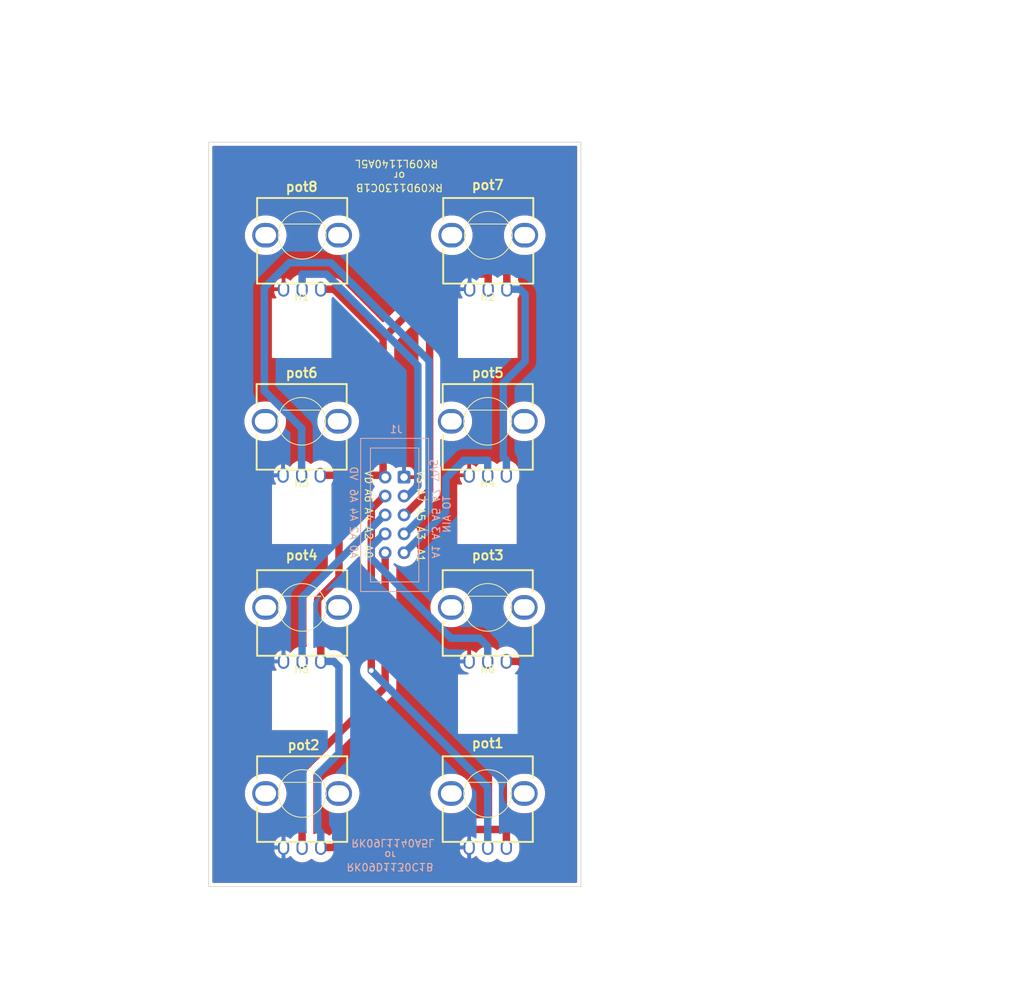
<source format=kicad_pcb>
(kicad_pcb (version 20221018) (generator pcbnew)
  (layers (0 "F.Cu" signal "Dessus.Cu") (31 "B.Cu" signal "Dessous.Cu") (34 "B.Paste" user "Dessous.Pate") (35 "F.Paste" user "Dessus.Pate") (36 "B.SilkS" user "Dessous.SilkS") (37 "F.SilkS" user "Dessus.SilkS") (38 "B.Mask" user "Dessous.Masque") (39 "F.Mask" user "Dessus.Masque") (44 "Edge.Cuts" user "Contours.Ci"))
  (net 0 "")
  (net 1 "GND")
  (net 2 "+3V0")
  (net 3 "Net-(J1-A7)")
  (net 4 "Net-(J1-A6)")
  (net 5 "Net-(J1-A5)")
  (net 6 "Net-(J1-A4)")
  (net 7 "Net-(J1-A3)")
  (net 8 "Net-(J1-A2)")
  (net 9 "Net-(J1-A1)")
  (net 10 "Net-(J1-A0)")
  (footprint "ksir 2022:RK09L and RK09D" (layer "F.Cu") (at 99.5 163.5)
    (fp_text reference "pot1" (at 0 -6.75) (layer "F.SilkS") (effects (font (size 1.27 1.27) (thickness 0.254))))
    (fp_text value "POTA" hide)
    (fp_line (start -6.05 -5) (end -6.05 -2.06767) (stroke (width 0.254)) (layer "F.SilkS"))
    (fp_line (start -6.05 6.5) (end -6.05 1.862) (stroke (width 0.254)) (layer "F.SilkS"))
    (fp_line (start -6.05 6.5) (end 6.05 6.5) (stroke (width 0.254)) (layer "F.SilkS"))
    (fp_line (start -2.5 -1.5) (end 2.5 -1.5) (stroke (width 0.12)) (layer "F.SilkS"))
    (fp_line (start 6.05 -5) (end -6.05 -5) (stroke (width 0.254)) (layer "F.SilkS"))
    (fp_line (start 6.05 -5) (end 6.05 -2.12467) (stroke (width 0.254)) (layer "F.SilkS"))
    (fp_line (start 6.05 6.5) (end 6.05 2.4) (stroke (width 0.254)) (layer "F.SilkS"))
    (fp_circle (center 0 0) (end 2.5 2) (stroke (width 0.12)) (fill none) (layer "F.SilkS"))
    (pad "1" thru_hole oval (at -2.5 7.251136) (size 1.5 2) (drill oval 1 1.5) (layers "*.Cu" "*.Mask") (net 1 "GND"))
    (pad "2" thru_hole oval (at -0.006614 7.253307) (size 1.5 2) (drill oval 1 1.5) (layers "*.Cu" "*.Mask") (net 4 "Net-(J1-A6)"))
    (pad "3" thru_hole oval (at 2.5 7.246692) (size 1.5 2) (drill oval 1 1.5) (layers "*.Cu" "*.Mask") (net 2 "+3V0"))
    (pad "4" thru_hole oval (at -4.9 0 90) (size 3.3 3.6) (drill oval 2.2 2.8) (layers "*.Cu" "*.Mask"))
    (pad "4" thru_hole oval (at 4.9 0 90) (size 3.3 3.6) (drill oval 2.2 2.8) (layers "*.Cu" "*.Mask"))
  )
  (footprint "ksir 2022:RK09L and RK09D" (layer "F.Cu") (at 99.5 138.5)
    (fp_text reference "pot3" (at 0 -7) (layer "F.SilkS") (effects (font (size 1.27 1.27) (thickness 0.254))))
    (fp_text value "POTA" hide)
    (fp_line (start -6.05 -5) (end -6.05 -2.06767) (stroke (width 0.254)) (layer "F.SilkS"))
    (fp_line (start -6.05 6.5) (end -6.05 1.862) (stroke (width 0.254)) (layer "F.SilkS"))
    (fp_line (start -6.05 6.5) (end 6.05 6.5) (stroke (width 0.254)) (layer "F.SilkS"))
    (fp_line (start -2.5 -1.5) (end 2.5 -1.5) (stroke (width 0.12)) (layer "F.SilkS"))
    (fp_line (start 6.05 -5) (end -6.05 -5) (stroke (width 0.254)) (layer "F.SilkS"))
    (fp_line (start 6.05 -5) (end 6.05 -2.12467) (stroke (width 0.254)) (layer "F.SilkS"))
    (fp_line (start 6.05 6.5) (end 6.05 2.4) (stroke (width 0.254)) (layer "F.SilkS"))
    (fp_circle (center 0 0) (end 2.5 2) (stroke (width 0.12)) (fill none) (layer "F.SilkS"))
    (pad "1" thru_hole oval locked (at -2.5 7.251136) (size 1.5 2) (drill oval 1 1.5) (layers "*.Cu" "*.Mask") (net 1 "GND"))
    (pad "2" thru_hole oval locked (at -0.006614 7.253307) (size 1.5 2) (drill oval 1 1.5) (layers "*.Cu" "*.Mask") (net 8 "Net-(J1-A2)"))
    (pad "3" thru_hole oval locked (at 2.5 7.246692) (size 1.5 2) (drill oval 1 1.5) (layers "*.Cu" "*.Mask") (net 2 "+3V0"))
    (pad "4" thru_hole oval locked (at -4.9 0 90) (size 3.3 3.6) (drill oval 2.2 2.8) (layers "*.Cu" "*.Mask"))
    (pad "4" thru_hole oval locked (at 4.9 0 90) (size 3.3 3.6) (drill oval 2.2 2.8) (layers "*.Cu" "*.Mask"))
  )
  (footprint "ksir 2022:RK09L and RK09D" (layer "F.Cu") (at 74.5632 138.5)
    (fp_text reference "pot4" (at -0.063154 -7) (layer "F.SilkS") (effects (font (size 1.27 1.27) (thickness 0.254))))
    (fp_text value "POTA" hide)
    (fp_line (start -6.05 -5) (end -6.05 -2.06767) (stroke (width 0.254)) (layer "F.SilkS"))
    (fp_line (start -6.05 6.5) (end -6.05 1.862) (stroke (width 0.254)) (layer "F.SilkS"))
    (fp_line (start -6.05 6.5) (end 6.05 6.5) (stroke (width 0.254)) (layer "F.SilkS"))
    (fp_line (start -2.5 -1.5) (end 2.5 -1.5) (stroke (width 0.12)) (layer "F.SilkS"))
    (fp_line (start 6.05 -5) (end -6.05 -5) (stroke (width 0.254)) (layer "F.SilkS"))
    (fp_line (start 6.05 -5) (end 6.05 -2.12467) (stroke (width 0.254)) (layer "F.SilkS"))
    (fp_line (start 6.05 6.5) (end 6.05 2.4) (stroke (width 0.254)) (layer "F.SilkS"))
    (fp_circle (center 0 0) (end 2.5 2) (stroke (width 0.12)) (fill none) (layer "F.SilkS"))
    (pad "1" thru_hole oval (at -2.5 7.251136) (size 1.5 2) (drill oval 1 1.5) (layers "*.Cu" "*.Mask") (net 1 "GND"))
    (pad "2" thru_hole oval (at -0.006614 7.253307) (size 1.5 2) (drill oval 1 1.5) (layers "*.Cu" "*.Mask") (net 6 "Net-(J1-A4)"))
    (pad "3" thru_hole oval (at 2.5 7.246692) (size 1.5 2) (drill oval 1 1.5) (layers "*.Cu" "*.Mask") (net 2 "+3V0"))
    (pad "4" thru_hole oval (at -4.9 0 90) (size 3.3 3.6) (drill oval 2.2 2.8) (layers "*.Cu" "*.Mask"))
    (pad "4" thru_hole oval (at 4.9 0 90) (size 3.3 3.6) (drill oval 2.2 2.8) (layers "*.Cu" "*.Mask"))
  )
  (footprint "ksir 2022:RK09L and RK09D" (layer "F.Cu") (at 99.5 113.5)
    (fp_text reference "pot5" (at 0 -6.5) (layer "F.SilkS") (effects (font (size 1.27 1.27) (thickness 0.254))))
    (fp_text value "POTA" hide)
    (fp_line (start -6.05 -5) (end -6.05 -2.06767) (stroke (width 0.254)) (layer "F.SilkS"))
    (fp_line (start -6.05 6.5) (end -6.05 1.862) (stroke (width 0.254)) (layer "F.SilkS"))
    (fp_line (start -6.05 6.5) (end 6.05 6.5) (stroke (width 0.254)) (layer "F.SilkS"))
    (fp_line (start -2.5 -1.5) (end 2.5 -1.5) (stroke (width 0.12)) (layer "F.SilkS"))
    (fp_line (start 6.05 -5) (end -6.05 -5) (stroke (width 0.254)) (layer "F.SilkS"))
    (fp_line (start 6.05 -5) (end 6.05 -2.12467) (stroke (width 0.254)) (layer "F.SilkS"))
    (fp_line (start 6.05 6.5) (end 6.05 2.4) (stroke (width 0.254)) (layer "F.SilkS"))
    (fp_circle (center 0 0) (end 2.5 2) (stroke (width 0.12)) (fill none) (layer "F.SilkS"))
    (pad "1" thru_hole oval locked (at -2.5 7.251136) (size 1.5 2) (drill oval 1 1.5) (layers "*.Cu" "*.Mask") (net 1 "GND"))
    (pad "2" thru_hole oval locked (at -0.006614 7.253307) (size 1.5 2) (drill oval 1 1.5) (layers "*.Cu" "*.Mask") (net 9 "Net-(J1-A1)"))
    (pad "3" thru_hole oval locked (at 2.5 7.246692) (size 1.5 2) (drill oval 1 1.5) (layers "*.Cu" "*.Mask") (net 2 "+3V0"))
    (pad "4" thru_hole oval locked (at -4.9 0 90) (size 3.3 3.6) (drill oval 2.2 2.8) (layers "*.Cu" "*.Mask"))
    (pad "4" thru_hole oval locked (at 4.9 0 90) (size 3.3 3.6) (drill oval 2.2 2.8) (layers "*.Cu" "*.Mask"))
  )
  (footprint "ksir 2022:RK09L and RK09D" (layer "F.Cu") (at 74.5 113.5)
    (fp_text reference "pot6" (at 0 -6.5) (layer "F.SilkS") (effects (font (size 1.27 1.27) (thickness 0.254))))
    (fp_text value "POTA" hide)
    (fp_line (start -6.05 -5) (end -6.05 -2.06767) (stroke (width 0.254)) (layer "F.SilkS"))
    (fp_line (start -6.05 6.5) (end -6.05 1.862) (stroke (width 0.254)) (layer "F.SilkS"))
    (fp_line (start -6.05 6.5) (end 6.05 6.5) (stroke (width 0.254)) (layer "F.SilkS"))
    (fp_line (start -2.5 -1.5) (end 2.5 -1.5) (stroke (width 0.12)) (layer "F.SilkS"))
    (fp_line (start 6.05 -5) (end -6.05 -5) (stroke (width 0.254)) (layer "F.SilkS"))
    (fp_line (start 6.05 -5) (end 6.05 -2.12467) (stroke (width 0.254)) (layer "F.SilkS"))
    (fp_line (start 6.05 6.5) (end 6.05 2.4) (stroke (width 0.254)) (layer "F.SilkS"))
    (fp_circle (center 0 0) (end 2.5 2) (stroke (width 0.12)) (fill none) (layer "F.SilkS"))
    (pad "1" thru_hole oval locked (at -2.5 7.251136) (size 1.5 2) (drill oval 1 1.5) (layers "*.Cu" "*.Mask") (net 1 "GND"))
    (pad "2" thru_hole oval locked (at -0.006614 7.253307) (size 1.5 2) (drill oval 1 1.5) (layers "*.Cu" "*.Mask") (net 7 "Net-(J1-A3)"))
    (pad "3" thru_hole oval locked (at 2.5 7.246692) (size 1.5 2) (drill oval 1 1.5) (layers "*.Cu" "*.Mask") (net 2 "+3V0"))
    (pad "4" thru_hole oval locked (at -4.9 0 90) (size 3.3 3.6) (drill oval 2.2 2.8) (layers "*.Cu" "*.Mask"))
    (pad "4" thru_hole oval locked (at 4.9 0 90) (size 3.3 3.6) (drill oval 2.2 2.8) (layers "*.Cu" "*.Mask"))
  )
  (footprint "ksir 2022:RK09L and RK09D" (layer "F.Cu") (at 99.5632 88.5)
    (fp_text reference "pot7" (at -0.063154 -6.75) (layer "F.SilkS") (effects (font (size 1.27 1.27) (thickness 0.254))))
    (fp_text value "POTA" hide)
    (fp_line (start -6.05 -5) (end -6.05 -2.06767) (stroke (width 0.254)) (layer "F.SilkS"))
    (fp_line (start -6.05 6.5) (end -6.05 1.862) (stroke (width 0.254)) (layer "F.SilkS"))
    (fp_line (start -6.05 6.5) (end 6.05 6.5) (stroke (width 0.254)) (layer "F.SilkS"))
    (fp_line (start -2.5 -1.5) (end 2.5 -1.5) (stroke (width 0.12)) (layer "F.SilkS"))
    (fp_line (start 6.05 -5) (end -6.05 -5) (stroke (width 0.254)) (layer "F.SilkS"))
    (fp_line (start 6.05 -5) (end 6.05 -2.12467) (stroke (width 0.254)) (layer "F.SilkS"))
    (fp_line (start 6.05 6.5) (end 6.05 2.4) (stroke (width 0.254)) (layer "F.SilkS"))
    (fp_circle (center 0 0) (end 2.5 2) (stroke (width 0.12)) (fill none) (layer "F.SilkS"))
    (pad "1" thru_hole oval locked (at -2.5 7.251136) (size 1.5 2) (drill oval 1 1.5) (layers "*.Cu" "*.Mask") (net 1 "GND"))
    (pad "2" thru_hole oval locked (at -0.006614 7.253307) (size 1.5 2) (drill oval 1 1.5) (layers "*.Cu" "*.Mask") (net 5 "Net-(J1-A5)"))
    (pad "3" thru_hole oval locked (at 2.5 7.246692) (size 1.5 2) (drill oval 1 1.5) (layers "*.Cu" "*.Mask") (net 2 "+3V0"))
    (pad "4" thru_hole oval locked (at -4.9 0 90) (size 3.3 3.6) (drill oval 2.2 2.8) (layers "*.Cu" "*.Mask"))
    (pad "4" thru_hole oval locked (at 4.9 0 90) (size 3.3 3.6) (drill oval 2.2 2.8) (layers "*.Cu" "*.Mask"))
  )
  (footprint "ksir 2022:RK09L and RK09D" (layer "F.Cu") (at 74.5632 88.5)
    (fp_text reference "pot8" (at -0.063154 -6.5) (layer "F.SilkS") (effects (font (size 1.27 1.27) (thickness 0.254))))
    (fp_text value "POTA" hide)
    (fp_line (start -6.05 -5) (end -6.05 -2.06767) (stroke (width 0.254)) (layer "F.SilkS"))
    (fp_line (start -6.05 6.5) (end -6.05 1.862) (stroke (width 0.254)) (layer "F.SilkS"))
    (fp_line (start -6.05 6.5) (end 6.05 6.5) (stroke (width 0.254)) (layer "F.SilkS"))
    (fp_line (start -2.5 -1.5) (end 2.5 -1.5) (stroke (width 0.12)) (layer "F.SilkS"))
    (fp_line (start 6.05 -5) (end -6.05 -5) (stroke (width 0.254)) (layer "F.SilkS"))
    (fp_line (start 6.05 -5) (end 6.05 -2.12467) (stroke (width 0.254)) (layer "F.SilkS"))
    (fp_line (start 6.05 6.5) (end 6.05 2.4) (stroke (width 0.254)) (layer "F.SilkS"))
    (fp_circle (center 0 0) (end 2.5 2) (stroke (width 0.12)) (fill none) (layer "F.SilkS"))
    (pad "1" thru_hole oval locked (at -2.5 7.251136) (size 1.5 2) (drill oval 1 1.5) (layers "*.Cu" "*.Mask") (net 1 "GND"))
    (pad "2" thru_hole oval locked (at -0.006614 7.253307) (size 1.5 2) (drill oval 1 1.5) (layers "*.Cu" "*.Mask") (net 3 "Net-(J1-A7)"))
    (pad "3" thru_hole oval locked (at 2.5 7.246692) (size 1.5 2) (drill oval 1 1.5) (layers "*.Cu" "*.Mask") (net 2 "+3V0"))
    (pad "4" thru_hole oval locked (at -4.9 0 90) (size 3.3 3.6) (drill oval 2.2 2.8) (layers "*.Cu" "*.Mask"))
    (pad "4" thru_hole oval locked (at 4.9 0 90) (size 3.3 3.6) (drill oval 2.2 2.8) (layers "*.Cu" "*.Mask"))
  )
  (footprint "ksir 2022:RK09L and RK09D" (layer "F.Cu") (at 74.5632 163.5)
    (fp_text reference "pot2" (at 0.186846 -6.5) (layer "F.SilkS") (effects (font (size 1.27 1.27) (thickness 0.254))))
    (fp_text value "POTA" hide)
    (fp_line (start -6.05 -5) (end -6.05 -2.06767) (stroke (width 0.254)) (layer "F.SilkS"))
    (fp_line (start -6.05 6.5) (end -6.05 1.862) (stroke (width 0.254)) (layer "F.SilkS"))
    (fp_line (start -6.05 6.5) (end 6.05 6.5) (stroke (width 0.254)) (layer "F.SilkS"))
    (fp_line (start -2.5 -1.5) (end 2.5 -1.5) (stroke (width 0.12)) (layer "F.SilkS"))
    (fp_line (start 6.05 -5) (end -6.05 -5) (stroke (width 0.254)) (layer "F.SilkS"))
    (fp_line (start 6.05 -5) (end 6.05 -2.12467) (stroke (width 0.254)) (layer "F.SilkS"))
    (fp_line (start 6.05 6.5) (end 6.05 2.4) (stroke (width 0.254)) (layer "F.SilkS"))
    (fp_circle (center 0 0) (end 2.5 2) (stroke (width 0.12)) (fill none) (layer "F.SilkS"))
    (pad "1" thru_hole oval locked (at -2.5 7.251136) (size 1.5 2) (drill oval 1 1.5) (layers "*.Cu" "*.Mask") (net 1 "GND"))
    (pad "2" thru_hole oval locked (at -0.006614 7.253307) (size 1.5 2) (drill oval 1 1.5) (layers "*.Cu" "*.Mask") (net 10 "Net-(J1-A0)"))
    (pad "3" thru_hole oval locked (at 2.5 7.246692) (size 1.5 2) (drill oval 1 1.5) (layers "*.Cu" "*.Mask") (net 2 "+3V0"))
    (pad "4" thru_hole oval locked (at -4.9 0 90) (size 3.3 3.6) (drill oval 2.2 2.8) (layers "*.Cu" "*.Mask"))
    (pad "4" thru_hole oval locked (at 4.9 0 90) (size 3.3 3.6) (drill oval 2.2 2.8) (layers "*.Cu" "*.Mask"))
  )
  (footprint "MountingHole:MountingHole_3.2mm_M3" (layer "F.Cu") (at 99.5 151)
    (fp_text reference "H6" (at 0 -4.2) (layer "F.SilkS"))
    (fp_text value "MountingHole")
    (pad "" np_thru_hole circle (at 0 0) (size 3.2 3.2) (drill 3.2) (layers "*.Cu" "*.Mask"))
  )
  (footprint "MountingHole:MountingHole_3.2mm_M3" (layer "F.Cu") (at 74.5 151)
    (fp_text reference "H5" (at 0 -4.2) (layer "F.SilkS"))
    (fp_text value "MountingHole")
    (pad "" np_thru_hole circle (at 0 0) (size 3.2 3.2) (drill 3.2) (layers "*.Cu" "*.Mask"))
  )
  (footprint "MountingHole:MountingHole_3.2mm_M3" (layer "F.Cu") (at 99.5 126)
    (fp_text reference "H4" (at 0 -4.2) (layer "F.SilkS"))
    (fp_text value "MountingHole")
    (pad "" np_thru_hole circle (at 0 0) (size 3.2 3.2) (drill 3.2) (layers "*.Cu" "*.Mask"))
  )
  (footprint "MountingHole:MountingHole_3.2mm_M3" (layer "F.Cu") (at 74.5 101)
    (fp_text reference "H1" (at 0 -4.2) (layer "F.SilkS"))
    (fp_text value "MountingHole")
    (pad "" np_thru_hole circle (at 0 0) (size 3.2 3.2) (drill 3.2) (layers "*.Cu" "*.Mask"))
  )
  (footprint "MountingHole:MountingHole_3.2mm_M3" (layer "F.Cu") (at 74.5 126)
    (fp_text reference "H3" (at 0 -4.2) (layer "F.SilkS"))
    (fp_text value "MountingHole")
    (pad "" np_thru_hole circle (at 0 0) (size 3.2 3.2) (drill 3.2) (layers "*.Cu" "*.Mask"))
  )
  (footprint "MountingHole:MountingHole_3.2mm_M3" (layer "F.Cu") (at 99.5 101)
    (fp_text reference "H2" (at 0 -4.2) (layer "F.SilkS"))
    (fp_text value "MountingHole")
    (pad "" np_thru_hole circle (at 0 0) (size 3.2 3.2) (drill 3.2) (layers "*.Cu" "*.Mask"))
  )
  (footprint "Connector_IDC:IDC-Header_2x05_P2.54mm_Vertical" (layer "B.Cu") (at 88.2525 121 180)
    (fp_text reference "J1" (at 1.054 6.414) (layer "B.SilkS") (effects (justify mirror)))
    (fp_text value "IDC-Header_2x05_P2.54mm_Vertical")
    (fp_line (start -4.68 -0.5) (end -3.68 0) (stroke (width 0.12)) (layer "B.SilkS"))
    (fp_line (start -4.68 0.5) (end -4.68 -0.5) (stroke (width 0.12)) (layer "B.SilkS"))
    (fp_line (start -3.68 0) (end -4.68 0.5) (stroke (width 0.12)) (layer "B.SilkS"))
    (fp_line (start -3.29 -15.37) (end -3.29 5.21) (stroke (width 0.12)) (layer "B.SilkS"))
    (fp_line (start -3.29 -3.03) (end -1.98 -3.03) (stroke (width 0.12)) (layer "B.SilkS"))
    (fp_line (start -3.29 5.21) (end 5.83 5.21) (stroke (width 0.12)) (layer "B.SilkS"))
    (fp_line (start -1.98 -14.07) (end -1.98 -7.13) (stroke (width 0.12)) (layer "B.SilkS"))
    (fp_line (start -1.98 -7.13) (end -3.29 -7.13) (stroke (width 0.12)) (layer "B.SilkS"))
    (fp_line (start -1.98 -7.13) (end -1.98 -7.13) (stroke (width 0.12)) (layer "B.SilkS"))
    (fp_line (start -1.98 -3.03) (end -1.98 3.91) (stroke (width 0.12)) (layer "B.SilkS"))
    (fp_line (start -1.98 3.91) (end 4.52 3.91) (stroke (width 0.12)) (layer "B.SilkS"))
    (fp_line (start 4.52 -14.07) (end -1.98 -14.07) (stroke (width 0.12)) (layer "B.SilkS"))
    (fp_line (start 4.52 3.91) (end 4.52 -14.07) (stroke (width 0.12)) (layer "B.SilkS"))
    (fp_line (start 5.83 -15.37) (end -3.29 -15.37) (stroke (width 0.12)) (layer "B.SilkS"))
    (fp_line (start 5.83 5.21) (end 5.83 -15.37) (stroke (width 0.12)) (layer "B.SilkS"))
    (pad "1" thru_hole roundrect locked (at 0 0 180) (size 1.7 1.7) (drill 1) (layers "*.Cu" "*.Mask") (roundrect_rratio 0.1470588235) (net 1 "GND"))
    (pad "2" thru_hole circle locked (at 2.54 0 180) (size 1.7 1.7) (drill 1) (layers "*.Cu" "*.Mask") (net 2 "+3V0"))
    (pad "3" thru_hole circle locked (at 0 -2.54 180) (size 1.7 1.7) (drill 1) (layers "*.Cu" "*.Mask") (net 3 "Net-(J1-A7)"))
    (pad "4" thru_hole circle locked (at 2.54 -2.54 180) (size 1.7 1.7) (drill 1) (layers "*.Cu" "*.Mask") (net 4 "Net-(J1-A6)"))
    (pad "5" thru_hole circle locked (at 0 -5.08 180) (size 1.7 1.7) (drill 1) (layers "*.Cu" "*.Mask") (net 5 "Net-(J1-A5)"))
    (pad "6" thru_hole circle locked (at 2.54 -5.08 180) (size 1.7 1.7) (drill 1) (layers "*.Cu" "*.Mask") (net 6 "Net-(J1-A4)"))
    (pad "7" thru_hole circle locked (at 0 -7.62 180) (size 1.7 1.7) (drill 1) (layers "*.Cu" "*.Mask") (net 7 "Net-(J1-A3)"))
    (pad "8" thru_hole circle locked (at 2.54 -7.62 180) (size 1.7 1.7) (drill 1) (layers "*.Cu" "*.Mask") (net 8 "Net-(J1-A2)"))
    (pad "9" thru_hole circle locked (at 0 -10.16 180) (size 1.7 1.7) (drill 1) (layers "*.Cu" "*.Mask") (net 9 "Net-(J1-A1)"))
    (pad "10" thru_hole circle locked (at 2.54 -10.16 180) (size 1.7 1.7) (drill 1) (layers "*.Cu" "*.Mask") (net 10 "Net-(J1-A0)"))
  )
  (gr_poly (pts (xy 62 76) (xy 112 76) (xy 112 78) (xy 112 176) (xy 62 176)) (stroke (width 0.1)) (fill none) (layer "Edge.Cuts"))
  (gr_text "A3" (at 92.5 128.5 270) (layer "B.SilkS") (effects (font (size 1 1)) (justify mirror)))
  (gr_text "VS" (at 92.2 119.5 270) (layer "B.SilkS") (effects (font (size 1 1)) (justify mirror)))
  (gr_text "A5" (at 92.5 126 270) (layer "B.SilkS") (effects (font (size 1 1)) (justify mirror)))
  (gr_text "VD" (at 81.5 120.5 270) (layer "B.SilkS") (effects (font (size 1 1)) (justify mirror)))
  (gr_text "A6" (at 81.5 123.5 270) (layer "B.SilkS") (effects (font (size 1 1)) (justify mirror)))
  (gr_text "TO AIN" (at 94 126 90) (layer "B.SilkS") (effects (font (size 1 1)) (justify mirror)))
  (gr_text "A4" (at 81.5 126 270) (layer "B.SilkS") (effects (font (size 1 1)) (justify mirror)))
  (gr_text "RK09D1130C1B \nor \nRK09L1140A5L" (at 86.75 171.75 180) (layer "B.SilkS") (effects (font (size 1 1)) (justify mirror)))
  (gr_text "A7" (at 92.5 123.5 270) (layer "B.SilkS") (effects (font (size 1 1)) (justify mirror)))
  (gr_text "A2" (at 81.5 128.5 270) (layer "B.SilkS") (effects (font (size 1 1)) (justify mirror)))
  (gr_text "A1" (at 92.5 131 270) (layer "B.SilkS") (effects (font (size 1 1)) (justify mirror)))
  (gr_text "A0" (at 81.5 131 270) (layer "B.SilkS") (effects (font (size 1 1)) (justify mirror)))
  (gr_text "A7" (at 90.5 123.5 -90) (layer "F.SilkS") (effects (font (size 1 1))))
  (gr_text "A0" (at 83.5 131 -90) (layer "F.SilkS") (effects (font (size 1 1))))
  (gr_text "A5" (at 90.5 126 -90) (layer "F.SilkS") (effects (font (size 1 1))))
  (gr_text "A6" (at 83.5 123.5 -90) (layer "F.SilkS") (effects (font (size 1 1))))
  (gr_text "VS" (at 90.5 121 -90) (layer "F.SilkS") (effects (font (size 1 1))))
  (gr_text "A2" (at 83.5 128.5 -90) (layer "F.SilkS") (effects (font (size 1 1))))
  (gr_text "A4" (at 83.5 126 -90) (layer "F.SilkS") (effects (font (size 1 1))))
  (gr_text "VD" (at 83.5 121 -90) (layer "F.SilkS") (effects (font (size 1 1))))
  (gr_text "RK09D1130C1B \nor \nRK09L1140A5L" (at 87.25 80.5 180) (layer "F.SilkS") (effects (font (size 1 1))))
  (gr_text "A3" (at 90.5 128.5 -90) (layer "F.SilkS") (effects (font (size 1 1))))
  (gr_text "A1" (at 90.5 131.5 -90) (layer "F.SilkS") (effects (font (size 1 1))))
  (segment (start 76.6464 143.3298) (end 76.6464 137.4188) (width 1) (layer "F.Cu") (net 2))
  (segment (start 101.5863 168.3329) (end 81.2271 168.3329) (width 1) (layer "F.Cu") (net 2))
  (segment (start 85.4592 120.7467) (end 85.434 120.7467) (width 1) (layer "F.Cu") (net 2))
  (segment (start 102 145.7467) (end 103.7501 145.7467) (width 1) (layer "F.Cu") (net 2))
  (segment (start 85.434 120.7467) (end 79.5126 120.7467) (width 1) (layer "F.Cu") (net 2))
  (segment (start 85.434 120.7467) (end 85.434 102.3674) (width 1) (layer "F.Cu") (net 2))
  (segment (start 95.6442 92.1572) (end 85.434 102.3674) (width 1) (layer "F.Cu") (net 2))
  (segment (start 79.5126 120.7467) (end 78.7501 120.7467) (width 1) (layer "F.Cu") (net 2))
  (segment (start 85.434 102.3674) (end 78.8133 95.7467) (width 1) (layer "F.Cu") (net 2))
  (segment (start 76.6464 137.4188) (end 79.5126 134.5526) (width 1) (layer "F.Cu") (net 2))
  (segment (start 104.5134 146.51) (end 104.5134 155.9467) (width 1) (layer "F.Cu") (net 2))
  (segment (start 101.5863 158.8738) (end 101.5863 168.3329) (width 1) (layer "F.Cu") (net 2))
  (segment (start 102.0632 93.7466) (end 100.4738 92.1572) (width 1) (layer "F.Cu") (net 2))
  (segment (start 100.4738 92.1572) (end 95.6442 92.1572) (width 1) (layer "F.Cu") (net 2))
  (segment (start 85.7125 121) (end 85.4592 120.7467) (width 1) (layer "F.Cu") (net 2))
  (segment (start 103.7501 145.7467) (end 104.5134 146.51) (width 1) (layer "F.Cu") (net 2))
  (segment (start 77.0632 95.7467) (end 78.8133 95.7467) (width 1) (layer "F.Cu") (net 2))
  (segment (start 77.0632 145.7467) (end 77.0632 143.7466) (width 1) (layer "F.Cu") (net 2))
  (segment (start 81.2271 168.3329) (end 78.8133 170.7467) (width 1) (layer "F.Cu") (net 2))
  (segment (start 77.0632 143.7466) (end 76.6464 143.3298) (width 1) (layer "F.Cu") (net 2))
  (segment (start 101.5863 168.3329) (end 102 168.7466) (width 1) (layer "F.Cu") (net 2))
  (segment (start 77 120.7467) (end 78.7501 120.7467) (width 1) (layer "F.Cu") (net 2))
  (segment (start 77.0632 170.7467) (end 78.8133 170.7467) (width 1) (layer "F.Cu") (net 2))
  (segment (start 102 170.7467) (end 102 168.7466) (width 1) (layer "F.Cu") (net 2))
  (segment (start 79.5126 134.5526) (end 79.5126 120.7467) (width 1) (layer "F.Cu") (net 2))
  (segment (start 102.0632 95.7467) (end 102.0632 93.7466) (width 1) (layer "F.Cu") (net 2))
  (segment (start 104.5134 155.9467) (end 101.5863 158.8738) (width 1) (layer "F.Cu") (net 2))
  (segment (start 79.5069 158.0839) (end 79.5069 146.4403) (width 1) (layer "B.Cu") (net 2))
  (segment (start 77.0632 170.7467) (end 77.0632 168.7466) (width 1) (layer "B.Cu") (net 2))
  (segment (start 104.5109 105.4289) (end 101.5863 108.3535) (width 1) (layer "B.Cu") (net 2))
  (segment (start 76.6603 168.3437) (end 76.6603 160.9305) (width 1) (layer "B.Cu") (net 2))
  (segment (start 104.5109 96.4443) (end 104.5109 105.4289) (width 1) (layer "B.Cu") (net 2))
  (segment (start 101.5863 108.3535) (end 101.5863 118.3329) (width 1) (layer "B.Cu") (net 2))
  (segment (start 77.0632 145.7467) (end 78.8133 145.7467) (width 1) (layer "B.Cu") (net 2))
  (segment (start 77.0632 168.7466) (end 76.6603 168.3437) (width 1) (layer "B.Cu") (net 2))
  (segment (start 102.0632 95.7467) (end 103.8133 95.7467) (width 1) (layer "B.Cu") (net 2))
  (segment (start 76.6603 160.9305) (end 79.5069 158.0839) (width 1) (layer "B.Cu") (net 2))
  (segment (start 102 120.7467) (end 102 118.7466) (width 1) (layer "B.Cu") (net 2))
  (segment (start 103.8133 95.7467) (end 104.5109 96.4443) (width 1) (layer "B.Cu") (net 2))
  (segment (start 79.5069 146.4403) (end 78.8133 145.7467) (width 1) (layer "B.Cu") (net 2))
  (segment (start 101.5863 118.3329) (end 102 118.7466) (width 1) (layer "B.Cu") (net 2))
  (segment (start 77.8102 93.7328) (end 90.1095 106.0321) (width 1) (layer "B.Cu") (net 3))
  (segment (start 90.1095 122.1514) (end 88.7209 123.54) (width 1) (layer "B.Cu") (net 3))
  (segment (start 90.1095 106.0321) (end 90.1095 122.1514) (width 1) (layer "B.Cu") (net 3))
  (segment (start 74.5566 95.7533) (end 74.5566 93.7532) (width 1) (layer "B.Cu") (net 3))
  (segment (start 88.7209 123.54) (end 88.2525 123.54) (width 1) (layer "B.Cu") (net 3))
  (segment (start 74.577 93.7328) (end 77.8102 93.7328) (width 1) (layer "B.Cu") (net 3))
  (segment (start 74.5566 93.7532) (end 74.577 93.7328) (width 1) (layer "B.Cu") (net 3))
  (segment (start 85.7125 123.54) (end 85.5967 123.54) (width 1) (layer "F.Cu") (net 4))
  (segment (start 85.5967 123.54) (end 83.8506 125.2861) (width 1) (layer "F.Cu") (net 4))
  (segment (start 83.8506 125.2861) (end 83.8506 146.9887) (width 1) (layer "F.Cu") (net 4))
  (via (at 83.8506 146.9887) (size 0.889) (drill 0.635) (layers "F.Cu" "B.Cu") (net 4))
  (segment (start 99.4934 162.6315) (end 83.8506 146.9887) (width 1) (layer "B.Cu") (net 4))
  (segment (start 99.4934 170.7533) (end 99.4934 162.6315) (width 1) (layer "B.Cu") (net 4))
  (segment (start 91.6897 98.3164) (end 96.2841 93.722) (width 1) (layer "F.Cu") (net 5))
  (segment (start 91.6897 122.7295) (end 91.6897 98.3164) (width 1) (layer "F.Cu") (net 5))
  (segment (start 88.2525 126.08) (end 88.3392 126.08) (width 1) (layer "F.Cu") (net 5))
  (segment (start 96.2841 93.722) (end 99.5254 93.722) (width 1) (layer "F.Cu") (net 5))
  (segment (start 88.3392 126.08) (end 91.6897 122.7295) (width 1) (layer "F.Cu") (net 5))
  (segment (start 99.5566 95.7533) (end 99.5566 93.7532) (width 1) (layer "F.Cu") (net 5))
  (segment (start 99.5254 93.722) (end 99.5566 93.7532) (width 1) (layer "F.Cu") (net 5))
  (segment (start 85.7125 126.08) (end 85.6172 126.08) (width 1) (layer "B.Cu") (net 6))
  (segment (start 74.5566 137.1406) (end 74.5566 145.7533) (width 1) (layer "B.Cu") (net 6))
  (segment (start 85.6172 126.08) (end 74.5566 137.1406) (width 1) (layer "B.Cu") (net 6))
  (segment (start 72.8617 92.1929) (end 78.4353 92.1929) (width 1) (layer "B.Cu") (net 7))
  (segment (start 74.4934 120.7533) (end 74.4934 114.4291) (width 1) (layer "B.Cu") (net 7))
  (segment (start 74.4934 114.4291) (end 69.4905 109.4262) (width 1) (layer "B.Cu") (net 7))
  (segment (start 78.4353 92.1929) (end 91.6097 105.3673) (width 1) (layer "B.Cu") (net 7))
  (segment (start 91.6097 125.3799) (end 88.3696 128.62) (width 1) (layer "B.Cu") (net 7))
  (segment (start 69.4905 95.5641) (end 72.8617 92.1929) (width 1) (layer "B.Cu") (net 7))
  (segment (start 91.6097 105.3673) (end 91.6097 125.3799) (width 1) (layer "B.Cu") (net 7))
  (segment (start 88.3696 128.62) (end 88.2525 128.62) (width 1) (layer "B.Cu") (net 7))
  (segment (start 69.4905 109.4262) (end 69.4905 95.5641) (width 1) (layer "B.Cu") (net 7))
  (segment (start 85.5649 128.62) (end 83.8479 130.337) (width 1) (layer "B.Cu") (net 8))
  (segment (start 98.3775 142.6373) (end 99.4934 143.7532) (width 1) (layer "B.Cu") (net 8))
  (segment (start 83.8479 130.337) (end 83.8479 131.9148) (width 1) (layer "B.Cu") (net 8))
  (segment (start 83.8479 131.9148) (end 94.5704 142.6373) (width 1) (layer "B.Cu") (net 8))
  (segment (start 94.5704 142.6373) (end 98.3775 142.6373) (width 1) (layer "B.Cu") (net 8))
  (segment (start 85.7125 128.62) (end 85.5649 128.62) (width 1) (layer "B.Cu") (net 8))
  (segment (start 99.4934 145.7533) (end 99.4934 143.7532) (width 1) (layer "B.Cu") (net 8))
  (segment (start 93.8609 125.6313) (end 93.8609 121.1591) (width 1) (layer "B.Cu") (net 9))
  (segment (start 88.2525 131.16) (end 88.3322 131.16) (width 1) (layer "B.Cu") (net 9))
  (segment (start 88.3322 131.16) (end 93.8609 125.6313) (width 1) (layer "B.Cu") (net 9))
  (segment (start 99.4934 120.7533) (end 99.4934 118.7532) (width 1) (layer "B.Cu") (net 9))
  (segment (start 99.484 118.7438) (end 99.4934 118.7532) (width 1) (layer "B.Cu") (net 9))
  (segment (start 93.8609 121.1591) (end 96.2762 118.7438) (width 1) (layer "B.Cu") (net 9))
  (segment (start 96.2762 118.7438) (end 99.484 118.7438) (width 1) (layer "B.Cu") (net 9))
  (segment (start 85.7125 149.2021) (end 85.7125 131.16) (width 1) (layer "F.Cu") (net 10))
  (segment (start 74.5566 160.358) (end 85.7125 149.2021) (width 1) (layer "F.Cu") (net 10))
  (segment (start 74.5566 170.7533) (end 74.5566 160.358) (width 1) (layer "F.Cu") (net 10))
  (zone (net 1) (net_name "GND") (layers "F&B.Cu") (connect_pads (clearance 1)) (min_thickness 0.254) (fill yes (thermal_gap 0.508) (thermal_bridge_width 0.508))
    (polygon (pts (xy 111.5 76.5) (xy 111.5 175.5) (xy 62.5 175.5) (xy 62.5 76.5)))
  )
  (zone (net 0) (net_name "") (layers "F&B.Cu" "Eco1.User") (connect_pads (clearance 0)) (min_thickness 0.254)
    (keepout (tracks allowed) (vias allowed) (pads allowed) (copperpour not_allowed) (footprints allowed))
    (fill (thermal_gap 0.508) (thermal_bridge_width 0.508))
    (polygon (pts (xy 103.5 155.5) (xy 95.5 155.5) (xy 95.5 147.5) (xy 103.5 147.5)))
  )
  (zone (net 0) (net_name "") (layers "F&B.Cu" "Eco1.User") (connect_pads (clearance 0)) (min_thickness 0.254)
    (keepout (tracks allowed) (vias allowed) (pads allowed) (copperpour not_allowed) (footprints allowed))
    (fill (thermal_gap 0.508) (thermal_bridge_width 0.508))
    (polygon (pts (xy 103.5 105) (xy 95.5 105) (xy 95.5 97) (xy 103.5 97)))
  )
  (zone (net 0) (net_name "") (layers "F&B.Cu" "Eco1.User") (connect_pads (clearance 0)) (min_thickness 0.254)
    (keepout (tracks allowed) (vias allowed) (pads allowed) (copperpour not_allowed) (footprints allowed))
    (fill (thermal_gap 0.508) (thermal_bridge_width 0.508))
    (polygon (pts (xy 78.5 130) (xy 70.5 130) (xy 70.5 122) (xy 78.5 122)))
  )
  (zone (net 0) (net_name "") (layers "F&B.Cu" "Eco1.User") (connect_pads (clearance 0)) (min_thickness 0.254)
    (keepout (tracks allowed) (vias allowed) (pads allowed) (copperpour not_allowed) (footprints allowed))
    (fill (thermal_gap 0.508) (thermal_bridge_width 0.508))
    (polygon (pts (xy 78.5 105) (xy 70.5 105) (xy 70.5 97) (xy 78.5 97)))
  )
  (zone (net 0) (net_name "") (layers "F&B.Cu" "Eco1.User") (connect_pads (clearance 0)) (min_thickness 0.254)
    (keepout (tracks allowed) (vias allowed) (pads allowed) (copperpour not_allowed) (footprints allowed))
    (fill (thermal_gap 0.508) (thermal_bridge_width 0.508))
    (polygon (pts (xy 78.5 155) (xy 70.5 155) (xy 70.5 147) (xy 78.5 147)))
  )
  (zone (net 0) (net_name "") (layers "F&B.Cu" "Eco1.User") (connect_pads (clearance 0)) (min_thickness 0.254)
    (keepout (tracks allowed) (vias allowed) (pads allowed) (copperpour not_allowed) (footprints allowed))
    (fill (thermal_gap 0.508) (thermal_bridge_width 0.508))
    (polygon (pts (xy 103.4 130) (xy 95.4 130) (xy 95.4 122) (xy 103.4 122)))
  )
)
</source>
